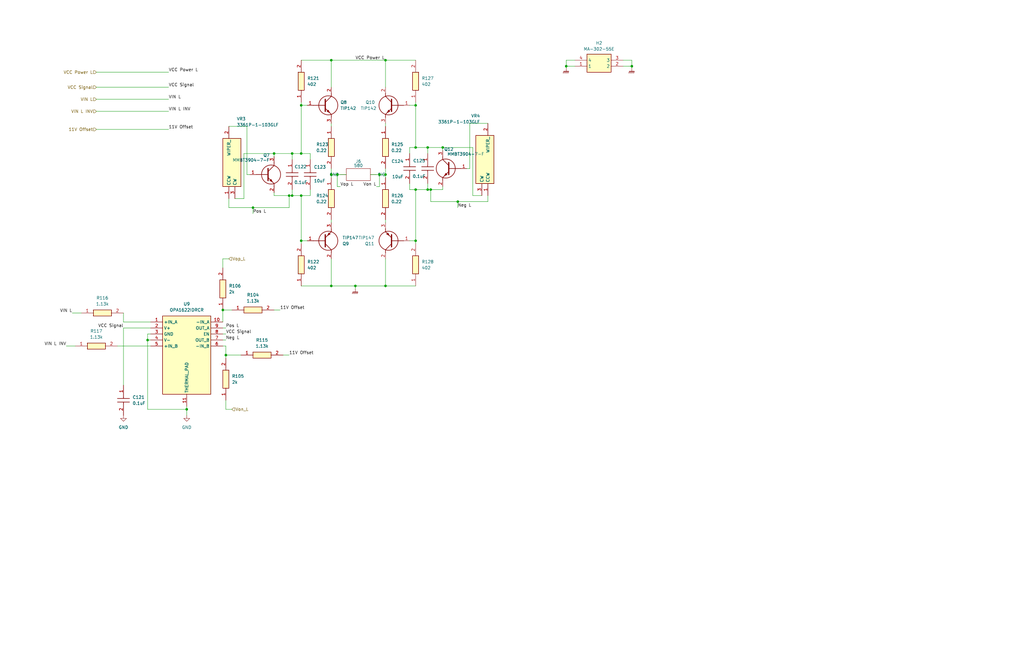
<source format=kicad_sch>
(kicad_sch (version 20230121) (generator eeschema)
  (paper "B")
  (lib_symbols
    (symbol "Audio System:3361P-1-103GLF"
      (property "Reference" "VR" (at 26.67 7.62 0))
      (property "Value" "3361P-1-103GLF" (at 26.67 5.08 0))
      (symbol "3361P-1-103GLF_1_1"
        (rectangle (start 5.08 2.54) (end 25.4 -5.08) (stroke (width 0.254)) (fill (type background)))
        (pin passive line (at 0 0 0) (length 5.08) (name "CCW") (number "1"))
        (pin passive line (at 30.48 0 180) (length 5.08) (name "WIPER_") (number "2"))
        (pin passive line (at 0 -2.54 0) (length 5.08) (name "CW") (number "3"))
      )
    )
    (symbol "Audio System:580"
      (property "Reference" "J" (at 0 0 0))
      (symbol "580_0_1"
        (rectangle (start -5.08 -1.27) (end 5.08 -6.35))
      )
      (symbol "580_1_1"
        (pin input line (at -5.08 -3.81 180) (length 2.54) (name "GND") (number ""))
        (pin input line (at 5.08 -3.81 0) (length 2.54) (name "SIG") (number ""))
      )
    )
    (symbol "Audio System:CL21B104KACNNNC" (pin_names hide)
      (property "Reference" "C" (at 8.89 6.35 0))
      (property "Value" "CL21B104KACNNNC" (at 8.89 3.81 0))
      (symbol "CL21B104KACNNNC_1_1"
        (polyline (pts (xy 5.08 0) (xy 5.588 0)) (stroke (width 0.254)))
        (polyline (pts (xy 5.588 2.54) (xy 5.588 -2.54)) (stroke (width 0.254)))
        (polyline (pts (xy 7.112 0) (xy 7.62 0)) (stroke (width 0.254)))
        (polyline (pts (xy 7.112 2.54) (xy 7.112 -2.54)) (stroke (width 0.254)))
        (pin passive line (at 0 0 0) (length 5.08) (name "1") (number "1"))
        (pin passive line (at 12.7 0 180) (length 5.08) (name "2") (number "2"))
      )
    )
    (symbol "Audio System:CL31A106MBHNNNE" (pin_names hide)
      (property "Reference" "C" (at 8.89 6.35 0))
      (property "Value" "CL31A106MBHNNNE" (at 8.89 3.81 0))
      (symbol "CL31A106MBHNNNE_1_1"
        (polyline (pts (xy 5.08 0) (xy 5.588 0)) (stroke (width 0.254)))
        (polyline (pts (xy 5.588 2.54) (xy 5.588 -2.54)) (stroke (width 0.254)))
        (polyline (pts (xy 7.112 0) (xy 7.62 0)) (stroke (width 0.254)))
        (polyline (pts (xy 7.112 2.54) (xy 7.112 -2.54)) (stroke (width 0.254)))
        (pin passive line (at 0 0 0) (length 5.08) (name "1") (number "1"))
        (pin passive line (at 12.7 0 180) (length 5.08) (name "2") (number "2"))
      )
    )
    (symbol "Audio System:ERA-6AEB1131V" (pin_names hide)
      (property "Reference" "R" (at 13.97 6.35 0))
      (property "Value" "ERA-6AEB1131V" (at 13.97 3.81 0))
      (symbol "ERA-6AEB1131V_1_1"
        (rectangle (start 5.08 1.27) (end 12.7 -1.27) (stroke (width 0.254)) (fill (type background)))
        (pin passive line (at 0 0 0) (length 5.08) (name "1") (number "1"))
        (pin passive line (at 17.78 0 180) (length 5.08) (name "2") (number "2"))
      )
    )
    (symbol "Audio System:ERA-6AEB202V" (pin_names hide)
      (property "Reference" "R" (at 13.97 6.35 0))
      (property "Value" "ERA-6AEB202V" (at 13.97 3.81 0))
      (symbol "ERA-6AEB202V_1_1"
        (rectangle (start 5.08 1.27) (end 12.7 -1.27) (stroke (width 0.254)) (fill (type background)))
        (pin passive line (at 0 0 0) (length 5.08) (name "1") (number "1"))
        (pin passive line (at 17.78 0 180) (length 5.08) (name "2") (number "2"))
      )
    )
    (symbol "Audio System:ERA-6AEB4020V" (pin_names hide)
      (property "Reference" "R" (at 13.97 6.35 0))
      (property "Value" "ERA-6AEB4020V" (at 13.97 3.81 0))
      (symbol "ERA-6AEB4020V_1_1"
        (rectangle (start 5.08 1.27) (end 12.7 -1.27) (stroke (width 0.254)) (fill (type background)))
        (pin passive line (at 0 0 0) (length 5.08) (name "1") (number "1"))
        (pin passive line (at 17.78 0 180) (length 5.08) (name "2") (number "2"))
      )
    )
    (symbol "Audio System:MA-302-55E"
      (property "Reference" "H" (at 16.51 7.62 0))
      (property "Value" "MA-302-55E" (at 16.51 5.08 0))
      (symbol "MA-302-55E_1_1"
        (rectangle (start 5.08 2.54) (end 15.24 -5.08) (stroke (width 0.254)) (fill (type background)))
        (pin passive line (at 0 -2.54 0) (length 5.08) (name "1") (number "1"))
        (pin passive line (at 20.32 -2.54 180) (length 5.08) (name "2") (number "2"))
        (pin passive line (at 20.32 0 180) (length 5.08) (name "3") (number "3"))
        (pin passive line (at 0 0 0) (length 5.08) (name "4") (number "4"))
      )
    )
    (symbol "Audio System:MMBT3904-7-F" (pin_names hide)
      (property "Reference" "Q" (at 13.97 1.27 0))
      (property "Value" "MMBT3904-7-F" (at 13.97 -1.27 0))
      (symbol "MMBT3904-7-F_1_1"
        (polyline (pts (xy 2.54 0) (xy 7.62 0)) (stroke (width 0.254)))
        (polyline (pts (xy 7.62 -1.27) (xy 10.16 -3.81)) (stroke (width 0.254)))
        (polyline (pts (xy 7.62 1.27) (xy 10.16 3.81)) (stroke (width 0.254)))
        (polyline (pts (xy 7.62 2.54) (xy 7.62 -2.54)) (stroke (width 0.508)))
        (polyline (pts (xy 10.16 -3.81) (xy 10.16 -5.08)) (stroke (width 0.254)))
        (polyline (pts (xy 10.16 3.81) (xy 10.16 5.08)) (stroke (width 0.254)))
        (polyline (pts (xy 8.382 -2.54) (xy 8.89 -2.032) (xy 9.398 -3.048) (xy 8.382 -2.54)) (stroke (width 0.254)) (fill (type outline)))
        (circle (center 8.89 0) (radius 4.016) (stroke (width 0.254)))
        (pin passive line (at 0 0 0) (length 2.54) (name "B") (number "1"))
        (pin passive line (at 10.16 -7.62 90) (length 2.54) (name "E") (number "2"))
        (pin passive line (at 10.16 7.62 270) (length 2.54) (name "C") (number "3"))
      )
    )
    (symbol "Audio System:OPA1622IDRCR"
      (property "Reference" "U" (at 26.67 7.62 0))
      (property "Value" "OPA1622IDRCR" (at 26.67 5.08 0))
      (symbol "OPA1622IDRCR_1_1"
        (rectangle (start 5.08 2.54) (end 25.4 -30.48) (stroke (width 0.254)) (fill (type background)))
        (pin input line (at 0 0 0) (length 5.08) (name "+IN_A") (number "1"))
        (pin input line (at 30.48 0 180) (length 5.08) (name "-IN_A") (number "10"))
        (pin power_in line (at 15.24 -35.56 90) (length 5.08) (name "THERMAL_PAD") (number "11"))
        (pin power_in line (at 0 -2.54 0) (length 5.08) (name "V+") (number "2"))
        (pin power_in line (at 0 -5.08 0) (length 5.08) (name "GND") (number "3"))
        (pin power_in line (at 0 -7.62 0) (length 5.08) (name "V-") (number "4"))
        (pin input line (at 0 -10.16 0) (length 5.08) (name "+IN_B") (number "5"))
        (pin input line (at 30.48 -10.16 180) (length 5.08) (name "-IN_B") (number "6"))
        (pin output line (at 30.48 -7.62 180) (length 5.08) (name "OUT_B") (number "7"))
        (pin bidirectional line (at 30.48 -5.08 180) (length 5.08) (name "EN") (number "8"))
        (pin output line (at 30.48 -2.54 180) (length 5.08) (name "OUT_A") (number "9"))
      )
    )
    (symbol "Audio System:RLP73K3AR22JTE" (pin_names hide)
      (property "Reference" "R" (at 13.97 6.35 0))
      (property "Value" "RLP73K3AR22JTE" (at 13.97 3.81 0))
      (symbol "RLP73K3AR22JTE_1_1"
        (rectangle (start 5.08 1.27) (end 12.7 -1.27) (stroke (width 0.254)) (fill (type background)))
        (pin passive line (at 0 0 0) (length 5.08) (name "1") (number "1"))
        (pin passive line (at 17.78 0 180) (length 5.08) (name "2") (number "2"))
      )
    )
    (symbol "Audio System:TIP142" (pin_names hide)
      (property "Reference" "Q" (at 13.97 1.27 0))
      (property "Value" "TIP142" (at 13.97 -1.27 0))
      (symbol "TIP142_1_1"
        (polyline (pts (xy 2.54 0) (xy 7.62 0)) (stroke (width 0.254)))
        (polyline (pts (xy 7.62 -1.27) (xy 10.16 -3.81)) (stroke (width 0.254)))
        (polyline (pts (xy 7.62 1.27) (xy 10.16 3.81)) (stroke (width 0.254)))
        (polyline (pts (xy 7.62 2.54) (xy 7.62 -2.54)) (stroke (width 0.508)))
        (polyline (pts (xy 10.16 -3.81) (xy 10.16 -5.08)) (stroke (width 0.254)))
        (polyline (pts (xy 10.16 3.81) (xy 10.16 5.08)) (stroke (width 0.254)))
        (polyline (pts (xy 8.382 -2.54) (xy 8.89 -2.032) (xy 9.398 -3.048) (xy 8.382 -2.54)) (stroke (width 0.254)) (fill (type outline)))
        (circle (center 8.89 0) (radius 4.016) (stroke (width 0.254)))
        (pin passive line (at 0 0 0) (length 2.54) (name "B") (number "1"))
        (pin passive line (at 10.16 7.62 270) (length 2.54) (name "C") (number "2"))
        (pin passive line (at 10.16 -7.62 90) (length 2.54) (name "E") (number "3"))
      )
    )
    (symbol "Audio System:TIP147" (pin_names hide)
      (property "Reference" "Q" (at 13.97 1.27 0))
      (property "Value" "TIP147" (at 13.97 -1.27 0))
      (symbol "TIP147_1_1"
        (polyline (pts (xy 2.54 0) (xy 7.62 0)) (stroke (width 0.254)))
        (polyline (pts (xy 7.62 -1.27) (xy 10.16 -3.81)) (stroke (width 0.254)))
        (polyline (pts (xy 7.62 1.27) (xy 10.16 3.81)) (stroke (width 0.254)))
        (polyline (pts (xy 7.62 2.54) (xy 7.62 -2.54)) (stroke (width 0.508)))
        (polyline (pts (xy 10.16 -3.81) (xy 10.16 -5.08)) (stroke (width 0.254)))
        (polyline (pts (xy 10.16 3.81) (xy 10.16 5.08)) (stroke (width 0.254)))
        (polyline (pts (xy 9.652 -2.794) (xy 9.144 -3.302) (xy 8.636 -2.286) (xy 9.652 -2.794)) (stroke (width 0.254)) (fill (type outline)))
        (circle (center 8.89 0) (radius 4.016) (stroke (width 0.254)))
        (pin passive line (at 0 0 0) (length 2.54) (name "B") (number "1"))
        (pin passive line (at 10.16 7.62 270) (length 2.54) (name "C") (number "2"))
        (pin passive line (at 10.16 -7.62 90) (length 2.54) (name "E") (number "3"))
      )
    )
    (symbol "power:GND" (power) (pin_names (offset 0))
      (property "Value" "GND" (at 0 -3.81 0))
      (symbol "GND_0_1"
        (polyline (pts (xy 0 0) (xy 0 -1.27) (xy 1.27 -1.27) (xy 0 -2.54) (xy -1.27 -1.27) (xy 0 -1.27)))
      )
      (symbol "GND_1_1"
        (pin power_in line (at 0 0 270) (length 0) hide (name "GND") (number "1"))
      )
    )
    (symbol "power:GNDPWR" (power) (pin_names (offset 0))
      (property "Value" "GNDPWR" (at 0 -3.302 0))
      (symbol "GNDPWR_0_1"
        (polyline (pts (xy 0 -1.27) (xy 0 0)))
        (polyline (pts (xy -1.016 -1.27) (xy -1.27 -2.032) (xy -1.27 -2.032)) (stroke (width 0.2032)))
        (polyline (pts (xy -0.508 -1.27) (xy -0.762 -2.032) (xy -0.762 -2.032)) (stroke (width 0.2032)))
        (polyline (pts (xy 0 -1.27) (xy -0.254 -2.032) (xy -0.254 -2.032)) (stroke (width 0.2032)))
        (polyline (pts (xy 0.508 -1.27) (xy 0.254 -2.032) (xy 0.254 -2.032)) (stroke (width 0.2032)))
        (polyline (pts (xy 1.016 -1.27) (xy -1.016 -1.27) (xy -1.016 -1.27)) (stroke (width 0.2032)))
        (polyline (pts (xy 1.016 -1.27) (xy 0.762 -2.032) (xy 0.762 -2.032) (xy 0.762 -2.032)) (stroke (width 0.2032)))
      )
      (symbol "GNDPWR_1_1"
        (pin power_in line (at 0 0 270) (length 0) hide (name "GNDPWR") (number "1"))
      )
    )
  )
  (junction (at 149.86 120.65))
  (junction (at 180.34 62.23))
  (junction (at 175.26 101.6))
  (junction (at 127 44.45))
  (junction (at 106.68 87.63))
  (junction (at 121.92 82.55))
  (junction (at 78.74 172.72))
  (junction (at 160.02 73.66))
  (junction (at 162.56 25.4))
  (junction (at 193.04 85.09))
  (junction (at 115.57 64.77))
  (junction (at 127 101.6))
  (junction (at 139.7 25.4))
  (junction (at 175.26 62.23))
  (junction (at 62.23 143.51))
  (junction (at 93.98 130.81))
  (junction (at 175.26 80.01))
  (junction (at 123.19 82.55))
  (junction (at 142.24 73.66))
  (junction (at 180.34 80.01))
  (junction (at 162.56 73.66))
  (junction (at 139.7 120.65))
  (junction (at 186.69 62.23))
  (junction (at 181.61 80.01))
  (junction (at 266.446 27.94))
  (junction (at 127 82.55))
  (junction (at 123.19 64.77))
  (junction (at 162.56 120.65))
  (junction (at 238.76 27.94))
  (junction (at 127 64.77))
  (junction (at 95.25 149.86))
  (junction (at 139.7 73.66))
  (junction (at 175.26 44.45))
  (wire (pts (xy 93.98 143.51) (xy 95.25 143.51)))
  (wire (pts (xy 262.763 27.94) (xy 266.446 27.94)))
  (wire (pts (xy 238.76 25.4) (xy 238.76 27.94)))
  (wire (pts (xy 115.57 64.77) (xy 123.19 64.77)))
  (wire (pts (xy 40.64 36.83) (xy 71.12 36.83)))
  (wire (pts (xy 104.14 73.66) (xy 105.41 73.66)))
  (wire (pts (xy 115.57 130.81) (xy 118.11 130.81)))
  (wire (pts (xy 158.75 78.74) (xy 160.02 78.74)))
  (wire (pts (xy 186.69 62.23) (xy 199.39 62.23)))
  (wire (pts (xy 27.94 146.05) (xy 31.75 146.05)))
  (wire (pts (xy 127 44.45) (xy 127 64.77)))
  (wire (pts (xy 180.34 62.23) (xy 180.34 64.77)))
  (wire (pts (xy 62.23 140.97) (xy 62.23 143.51)))
  (wire (pts (xy 139.7 120.65) (xy 127 120.65)))
  (wire (pts (xy 93.98 146.05) (xy 95.25 146.05)))
  (wire (pts (xy 266.446 25.4) (xy 266.446 27.94)))
  (wire (pts (xy 142.24 73.66) (xy 146.05 73.66)))
  (wire (pts (xy 40.64 46.99) (xy 71.12 46.99)))
  (wire (pts (xy 162.56 120.65) (xy 162.56 109.22)))
  (wire (pts (xy 162.56 52.07) (xy 162.56 53.34)))
  (wire (pts (xy 175.26 80.01) (xy 175.26 101.6)))
  (wire (pts (xy 162.56 71.12) (xy 162.56 73.66)))
  (wire (pts (xy 172.72 62.23) (xy 172.72 64.77)))
  (wire (pts (xy 139.7 73.66) (xy 142.24 73.66)))
  (wire (pts (xy 172.72 62.23) (xy 175.26 62.23)))
  (wire (pts (xy 127 82.55) (xy 127 101.6)))
  (wire (pts (xy 127 43.18) (xy 127 44.45)))
  (wire (pts (xy 115.57 82.55) (xy 121.92 82.55)))
  (wire (pts (xy 175.26 43.18) (xy 175.26 44.45)))
  (wire (pts (xy 40.64 54.61) (xy 71.12 54.61)))
  (wire (pts (xy 63.5 135.89) (xy 52.07 135.89)))
  (wire (pts (xy 123.19 82.55) (xy 127 82.55)))
  (wire (pts (xy 193.04 85.09) (xy 193.04 87.63)))
  (wire (pts (xy 102.87 64.77) (xy 115.57 64.77)))
  (wire (pts (xy 181.61 80.01) (xy 181.61 85.09)))
  (wire (pts (xy 156.21 73.66) (xy 160.02 73.66)))
  (wire (pts (xy 93.98 140.97) (xy 95.25 140.97)))
  (wire (pts (xy 142.24 78.74) (xy 143.51 78.74)))
  (wire (pts (xy 95.25 168.91) (xy 95.25 172.72)))
  (wire (pts (xy 127 44.45) (xy 129.54 44.45)))
  (wire (pts (xy 175.26 62.23) (xy 180.34 62.23)))
  (wire (pts (xy 181.61 85.09) (xy 193.04 85.09)))
  (wire (pts (xy 175.26 80.01) (xy 180.34 80.01)))
  (wire (pts (xy 63.5 138.43) (xy 52.07 138.43)))
  (wire (pts (xy 95.25 149.86) (xy 95.25 151.13)))
  (wire (pts (xy 115.57 81.28) (xy 115.57 82.55)))
  (wire (pts (xy 139.7 52.07) (xy 139.7 53.34)))
  (wire (pts (xy 130.81 82.55) (xy 130.81 80.01)))
  (wire (pts (xy 175.26 120.65) (xy 162.56 120.65)))
  (wire (pts (xy 93.98 109.22) (xy 93.98 113.03)))
  (wire (pts (xy 242.443 27.94) (xy 238.76 27.94)))
  (wire (pts (xy 30.48 132.08) (xy 34.29 132.08)))
  (wire (pts (xy 123.19 64.77) (xy 127 64.77)))
  (wire (pts (xy 93.98 130.81) (xy 97.79 130.81)))
  (wire (pts (xy 127 82.55) (xy 130.81 82.55)))
  (wire (pts (xy 40.64 41.91) (xy 71.12 41.91)))
  (wire (pts (xy 149.86 120.65) (xy 149.86 121.92)))
  (wire (pts (xy 96.52 83.82) (xy 96.52 87.63)))
  (wire (pts (xy 139.7 120.65) (xy 149.86 120.65)))
  (wire (pts (xy 121.92 87.63) (xy 121.92 82.55)))
  (wire (pts (xy 96.52 53.34) (xy 104.14 53.34)))
  (wire (pts (xy 99.06 83.82) (xy 102.87 83.82)))
  (wire (pts (xy 93.98 138.43) (xy 95.25 138.43)))
  (wire (pts (xy 102.87 83.82) (xy 102.87 64.77)))
  (wire (pts (xy 142.24 73.66) (xy 142.24 78.74)))
  (wire (pts (xy 172.72 80.01) (xy 172.72 77.47)))
  (wire (pts (xy 129.54 101.6) (xy 127 101.6)))
  (wire (pts (xy 106.68 87.63) (xy 106.68 90.17)))
  (wire (pts (xy 52.07 138.43) (xy 52.07 162.56)))
  (wire (pts (xy 63.5 140.97) (xy 62.23 140.97)))
  (wire (pts (xy 139.7 25.4) (xy 162.56 25.4)))
  (wire (pts (xy 242.443 25.4) (xy 238.76 25.4)))
  (wire (pts (xy 95.25 172.72) (xy 97.79 172.72)))
  (wire (pts (xy 78.74 172.72) (xy 78.74 175.26)))
  (wire (pts (xy 199.39 82.55) (xy 199.39 62.23)))
  (wire (pts (xy 123.19 80.01) (xy 123.19 82.55)))
  (wire (pts (xy 196.85 71.12) (xy 198.12 71.12)))
  (wire (pts (xy 96.52 87.63) (xy 106.68 87.63)))
  (wire (pts (xy 180.34 62.23) (xy 186.69 62.23)))
  (wire (pts (xy 139.7 73.66) (xy 139.7 74.93)))
  (wire (pts (xy 186.69 78.74) (xy 186.69 80.01)))
  (wire (pts (xy 123.19 64.77) (xy 123.19 67.31)))
  (wire (pts (xy 162.56 36.83) (xy 162.56 25.4)))
  (wire (pts (xy 127 101.6) (xy 127 102.87)))
  (wire (pts (xy 266.446 27.94) (xy 266.446 28.829)))
  (wire (pts (xy 198.12 52.07) (xy 198.12 71.12)))
  (wire (pts (xy 95.25 146.05) (xy 95.25 149.86)))
  (wire (pts (xy 175.26 44.45) (xy 172.72 44.45)))
  (wire (pts (xy 160.02 73.66) (xy 162.56 73.66)))
  (wire (pts (xy 115.57 66.04) (xy 115.57 64.77)))
  (wire (pts (xy 238.76 27.94) (xy 238.76 28.829)))
  (wire (pts (xy 139.7 109.22) (xy 139.7 120.65)))
  (wire (pts (xy 95.25 149.86) (xy 101.6 149.86)))
  (wire (pts (xy 93.98 109.22) (xy 96.52 109.22)))
  (wire (pts (xy 149.86 120.65) (xy 162.56 120.65)))
  (wire (pts (xy 121.92 82.55) (xy 123.19 82.55)))
  (wire (pts (xy 162.56 25.4) (xy 175.26 25.4)))
  (wire (pts (xy 119.38 149.86) (xy 121.92 149.86)))
  (wire (pts (xy 172.72 101.6) (xy 175.26 101.6)))
  (wire (pts (xy 93.98 130.81) (xy 93.98 135.89)))
  (wire (pts (xy 139.7 36.83) (xy 139.7 25.4)))
  (wire (pts (xy 175.26 101.6) (xy 175.26 102.87)))
  (wire (pts (xy 130.81 64.77) (xy 130.81 67.31)))
  (wire (pts (xy 104.14 53.34) (xy 104.14 73.66)))
  (wire (pts (xy 180.34 77.47) (xy 180.34 80.01)))
  (wire (pts (xy 139.7 25.4) (xy 127 25.4)))
  (wire (pts (xy 106.68 87.63) (xy 121.92 87.63)))
  (wire (pts (xy 203.2 82.55) (xy 199.39 82.55)))
  (wire (pts (xy 40.64 30.48) (xy 71.12 30.48)))
  (wire (pts (xy 198.12 52.07) (xy 205.74 52.07)))
  (wire (pts (xy 62.23 172.72) (xy 78.74 172.72)))
  (wire (pts (xy 62.23 143.51) (xy 63.5 143.51)))
  (wire (pts (xy 52.07 135.89) (xy 52.07 132.08)))
  (wire (pts (xy 262.763 25.4) (xy 266.446 25.4)))
  (wire (pts (xy 186.69 62.23) (xy 186.69 63.5)))
  (wire (pts (xy 175.26 44.45) (xy 175.26 62.23)))
  (wire (pts (xy 127 64.77) (xy 130.81 64.77)))
  (wire (pts (xy 162.56 92.71) (xy 162.56 93.98)))
  (wire (pts (xy 193.04 85.09) (xy 205.74 85.09)))
  (wire (pts (xy 49.53 146.05) (xy 63.5 146.05)))
  (wire (pts (xy 205.74 82.55) (xy 205.74 85.09)))
  (wire (pts (xy 78.74 172.72) (xy 78.74 171.45)))
  (wire (pts (xy 186.69 80.01) (xy 181.61 80.01)))
  (wire (pts (xy 160.02 73.66) (xy 160.02 78.74)))
  (wire (pts (xy 172.72 80.01) (xy 175.26 80.01)))
  (wire (pts (xy 162.56 73.66) (xy 162.56 74.93)))
  (wire (pts (xy 180.34 80.01) (xy 181.61 80.01)))
  (wire (pts (xy 139.7 71.12) (xy 139.7 73.66)))
  (wire (pts (xy 62.23 143.51) (xy 62.23 172.72)))
  (wire (pts (xy 139.7 92.71) (xy 139.7 93.98)))
  (label "Von L" (at 158.75 78.74 180))
  (label "VIN L INV" (at 71.12 46.99 0))
  (label "VIN L" (at 30.48 132.08 180))
  (label "VIN L" (at 71.12 41.91 0))
  (label "VIN L INV" (at 27.94 146.05 180))
  (label "VCC Power L" (at 71.12 30.48 0))
  (label "VCC Signal" (at 52.07 138.43 180))
  (label "Neg L" (at 193.04 87.63 0))
  (label "Pos L" (at 106.68 90.17 0))
  (label "Pos L" (at 95.25 138.43 0))
  (label "VCC Power L" (at 149.86 25.4 0))
  (label "11V Offset" (at 71.12 54.61 0))
  (label "VCC Signal" (at 95.25 140.97 0))
  (label "Neg L" (at 95.25 143.51 0))
  (label "Vop L" (at 143.51 78.74 0))
  (label "VCC Signal" (at 71.12 36.83 0))
  (label "11V Offset" (at 118.11 130.81 0))
  (label "11V Offset" (at 121.92 149.86 0))
  (hierarchical_label "VIN L" (shape input) (at 40.64 41.91 180))
  (hierarchical_label "VCC Signal" (shape input) (at 40.64 36.83 180))
  (hierarchical_label "Von_L" (shape input) (at 97.79 172.72 0))
  (hierarchical_label "Vop_L" (shape input) (at 96.52 109.22 0))
  (hierarchical_label "11V Offset" (shape input) (at 40.64 54.61 180))
  (hierarchical_label "VCC Power L" (shape input) (at 40.64 30.48 180))
  (hierarchical_label "VIN L INV" (shape input) (at 40.64 46.99 180))
  (symbol (lib_id "Audio System:CL21B104KACNNNC") (at 123.19 67.31 270) (unit 1)
    (property "Reference" "C122" (at 124.206 70.358 90) (effects (justify left)))
    (property "Value" "0.1uF" (at 124.079 76.962 90) (effects (justify left)))
    (property "Footprint" "CAPC2012X95N" (effects hide))
    (property "Datasheet" "https://datasheet.datasheetarchive.com/originals/distributors/Datasheets_SAMA/d386d22b0a987b72828538897455b4c4.pdf" (effects hide))
    (property "Height" "0.95" (effects hide))
    (property "Manufacturer_Name" "SAMSUNG" (effects hide))
    (property "Manufacturer_Part_Number" "CL21B104KACNNNC" (effects hide))
    (property "Mouser Part Number" "187-CL21B104KACNNNC" (effects hide))
    (property "Mouser Price/Stock" "https://www.mouser.co.uk/ProductDetail/Samsung-Electro-Mechanics/CL21B104KACNNNC?qs=yOVawPpwOwnhB47kNbieFw%3D%3D" (effects hide))
    (property "Arrow Part Number" "CL21B104KACNNNC" (effects hide))
    (property "Arrow Price/Stock" "https://www.arrow.com/en/products/cl21b104kacnnnc/samsung-electro-mechanics?region=nac" (effects hide))
  )
  (symbol (lib_id "Audio System:OPA1622IDRCR") (at 63.5 135.89 0) (unit 1)
    (property "Reference" "U9" (at 78.74 128.27 0))
    (property "Value" "OPA1622IDRCR" (at 78.74 130.81 0))
    (property "Footprint" "SON50P300X300X100-11N" (effects hide))
    (property "Datasheet" "http://www.ti.com/lit/gpn/opa1622" (effects hide))
    (property "Height" "1" (effects hide))
    (property "Manufacturer_Name" "Texas Instruments" (effects hide))
    (property "Manufacturer_Part_Number" "OPA1622IDRCR" (effects hide))
    (property "Mouser Part Number" "595-OPA1622IDRCR" (effects hide))
    (property "Mouser Price/Stock" "https://www.mouser.co.uk/ProductDetail/Texas-Instruments/OPA1622IDRCR?qs=8%2FmU9qzJpL8wd%252BNGqblyNw%3D%3D" (effects hide))
    (property "Arrow Part Number" "OPA1622IDRCR" (effects hide))
    (property "Arrow Price/Stock" "null?region=nac" (effects hide))
  )
  (symbol (lib_id "Audio System:RLP73K3AR22JTE") (at 162.56 74.93 270) (unit 1)
    (property "Reference" "R126" (at 164.973 82.55 90) (effects (justify left)))
    (property "Value" "0.22" (at 164.973 85.09 90) (effects (justify left)))
    (property "Footprint" "RESC6432X84N" (effects hide))
    (property "Datasheet" "https://www.te.com/commerce/DocumentDelivery/DDEController?Action=showdoc&DocId=Customer+Drawing%7F2176058%7FBA%7Fpdf%7FEnglish%7FENG_CD_2176058_BA.pdf%7F3-2176058-3" (effects hide))
    (property "Height" "0.84" (effects hide))
    (property "Manufacturer_Name" "TE Connectivity" (effects hide))
    (property "Manufacturer_Part_Number" "RLP73K3AR22JTE" (effects hide))
    (property "Arrow Part Number" "RLP73K3AR22JTE" (effects hide))
    (property "Arrow Price/Stock" "https://www.arrow.com/en/products/rlp73k3ar22jte/te-connectivity" (effects hide))
  )
  (symbol (lib_id "Audio System:CL21B104KACNNNC") (at 180.34 64.77 90) (mirror x) (unit 1)
    (property "Reference" "C125" (at 179.324 67.818 90) (effects (justify left)))
    (property "Value" "0.1uF" (at 179.451 74.422 90) (effects (justify left)))
    (property "Footprint" "CAPC2012X95N" (effects hide))
    (property "Datasheet" "https://datasheet.datasheetarchive.com/originals/distributors/Datasheets_SAMA/d386d22b0a987b72828538897455b4c4.pdf" (effects hide))
    (property "Height" "0.95" (effects hide))
    (property "Manufacturer_Name" "SAMSUNG" (effects hide))
    (property "Manufacturer_Part_Number" "CL21B104KACNNNC" (effects hide))
    (property "Mouser Part Number" "187-CL21B104KACNNNC" (effects hide))
    (property "Mouser Price/Stock" "https://www.mouser.co.uk/ProductDetail/Samsung-Electro-Mechanics/CL21B104KACNNNC?qs=yOVawPpwOwnhB47kNbieFw%3D%3D" (effects hide))
    (property "Arrow Part Number" "CL21B104KACNNNC" (effects hide))
    (property "Arrow Price/Stock" "https://www.arrow.com/en/products/cl21b104kacnnnc/samsung-electro-mechanics?region=nac" (effects hide))
  )
  (symbol (lib_id "Audio System:ERA-6AEB1131V") (at 34.29 132.08 0) (unit 1)
    (property "Reference" "R116" (at 43.18 125.73 0))
    (property "Value" "1.13k" (at 43.18 128.27 0))
    (property "Footprint" "ERA6AEB1020V" (effects hide))
    (property "Datasheet" "https://industrial.panasonic.com/cdbs/www-data/pdf/RDM0000/AOA0000C307.pdf" (effects hide))
    (property "Height" "0.6" (effects hide))
    (property "Manufacturer_Name" "Panasonic" (effects hide))
    (property "Manufacturer_Part_Number" "ERA-6AEB1131V" (effects hide))
    (property "Mouser Part Number" "667-ERA-6AEB1131V" (effects hide))
    (property "Mouser Price/Stock" "https://www.mouser.co.uk/ProductDetail/Panasonic/ERA-6AEB1131V?qs=nuXzIS8loXGpYEqmAoHcyA%3D%3D" (effects hide))
  )
  (symbol (lib_id "power:GNDPWR") (at 266.446 28.829 0) (unit 1)
    (property "Reference" "#PWR0141" (effects hide))
    (property "Value" "GNDPWR" (effects hide))
  )
  (symbol (lib_id "Audio System:TIP142") (at 129.54 44.45 0) (unit 1)
    (property "Reference" "Q8" (at 143.51 43.18 0) (effects (justify left)))
    (property "Value" "TIP142" (at 143.51 45.72 0) (effects (justify left)))
    (property "Footprint" "TO545P500X1560X2420-3P" (effects hide))
    (property "Datasheet" "https://pdf1.alldatasheet.com/datasheet-pdf/view/476556/COMSET/TIP142.html" (effects hide))
    (property "Height" "5" (effects hide))
    (property "Manufacturer_Name" "Comset" (effects hide))
    (property "Manufacturer_Part_Number" "TIP142" (effects hide))
  )
  (symbol (lib_id "Audio System:MA-302-55E") (at 242.443 25.4 0) (unit 1)
    (property "Reference" "H2" (at 252.603 18.161 0))
    (property "Value" "MA-302-55E" (at 252.603 20.701 0))
    (property "Footprint" "MA30255E" (effects hide))
    (property "Datasheet" "https://datasheet.datasheetarchive.com/originals/distributors/Datasheets-DGA11/2294770.pdf" (effects hide))
    (property "Height" "39.3" (effects hide))
    (property "Manufacturer_Name" "Ohmite" (effects hide))
    (property "Manufacturer_Part_Number" "MA-302-55E" (effects hide))
    (property "Mouser Part Number" "588-MA-302-55E" (effects hide))
    (property "Mouser Price/Stock" "https://www.mouser.co.uk/ProductDetail/Ohmite/MA-302-55E?qs=tYmwsUu3c1E9CA0MfHqiiA%3D%3D" (effects hide))
  )
  (symbol (lib_id "Audio System:580") (at 151.13 69.85 0) (unit 1)
    (property "Reference" "J6" (at 151.13 68.072 0))
    (property "Value" "580" (at 151.13 69.85 0))
    (property "Datasheet" "https://www.keyelco.com/userAssets/file/M65p106.pdf" (effects hide))
  )
  (symbol (lib_id "Audio System:3361P-1-103GLF") (at 205.74 82.55 270) (mirror x) (unit 1)
    (property "Reference" "VR4" (at 202.438 48.895 90) (effects (justify right)))
    (property "Value" "3361P-1-103GLF" (at 202.438 51.435 90) (effects (justify right)))
    (property "Footprint" "3361P1103GLF" (effects hide))
    (property "Datasheet" "https://www.bourns.com/docs/Product-Datasheets/3361.pdf" (effects hide))
    (property "Height" "5.84" (effects hide))
    (property "Manufacturer_Name" "Bourns" (effects hide))
    (property "Manufacturer_Part_Number" "3361P-1-103GLF" (effects hide))
    (property "Mouser Part Number" "652-3361P-1-103GLF" (effects hide))
    (property "Mouser Price/Stock" "https://www.mouser.co.uk/ProductDetail/Bourns/3361P-1-103GLF?qs=fqIB%2FsSTfTYiaQC8SLZfNQ%3D%3D" (effects hide))
    (property "Arrow Part Number" "3361P-1-103GLF" (effects hide))
    (property "Arrow Price/Stock" "https://www.arrow.com/en/products/3361p-1-103glf/bourns?region=nac" (effects hide))
  )
  (symbol (lib_id "Audio System:MMBT3904-7-F") (at 105.41 73.66 0) (unit 1)
    (property "Reference" "Q7" (at 110.998 65.532 0) (effects (justify left)))
    (property "Value" "MMBT3904-7-F" (at 98.044 67.564 0) (effects (justify left)))
    (property "Footprint" "SOT96P240X110-3N" (effects hide))
    (property "Datasheet" "https://www.diodes.com//assets/Datasheets/MMBT3904.pdf" (effects hide))
    (property "Height" "1.1" (effects hide))
    (property "Manufacturer_Name" "Diodes Incorporated" (effects hide))
    (property "Manufacturer_Part_Number" "MMBT3904-7-F" (effects hide))
    (property "Mouser Part Number" "621-MMBT3904-F" (effects hide))
    (property "Mouser Price/Stock" "https://www.mouser.co.uk/ProductDetail/Diodes-Incorporated/MMBT3904-7-F?qs=7F%2FY8wl6X3H3eL7tHVWSBQ%3D%3D" (effects hide))
    (property "Arrow Part Number" "MMBT3904-7-F" (effects hide))
    (property "Arrow Price/Stock" "https://www.arrow.com/en/products/mmbt3904-7-f/diodes-incorporated?region=europe" (effects hide))
  )
  (symbol (lib_id "Audio System:CL21B104KACNNNC") (at 52.07 162.56 270) (unit 1)
    (property "Reference" "C121" (at 55.88 167.64 90) (effects (justify left)))
    (property "Value" "0.1uF" (at 55.88 170.18 90) (effects (justify left)))
    (property "Footprint" "CAPC2012X95N" (effects hide))
    (property "Datasheet" "https://datasheet.datasheetarchive.com/originals/distributors/Datasheets_SAMA/d386d22b0a987b72828538897455b4c4.pdf" (effects hide))
    (property "Height" "0.95" (effects hide))
    (property "Manufacturer_Name" "SAMSUNG" (effects hide))
    (property "Manufacturer_Part_Number" "CL21B104KACNNNC" (effects hide))
    (property "Mouser Part Number" "187-CL21B104KACNNNC" (effects hide))
    (property "Mouser Price/Stock" "https://www.mouser.co.uk/ProductDetail/Samsung-Electro-Mechanics/CL21B104KACNNNC?qs=yOVawPpwOwnhB47kNbieFw%3D%3D" (effects hide))
    (property "Arrow Part Number" "CL21B104KACNNNC" (effects hide))
    (property "Arrow Price/Stock" "https://www.arrow.com/en/products/cl21b104kacnnnc/samsung-electro-mechanics?region=nac" (effects hide))
  )
  (symbol (lib_id "Audio System:ERA-6AEB4020V") (at 175.26 120.65 90) (unit 1)
    (property "Reference" "R128" (at 177.8 110.49 90) (effects (justify right)))
    (property "Value" "402" (at 177.8 113.03 90) (effects (justify right)))
    (property "Footprint" "ERA6AEB1020V" (effects hide))
    (property "Datasheet" "https://industrial.panasonic.com/cdbs/www-data/pdf/RDM0000/AOA0000C307.pdf" (effects hide))
    (property "Height" "0.6" (effects hide))
    (property "Manufacturer_Name" "Panasonic" (effects hide))
    (property "Manufacturer_Part_Number" "ERA-6AEB4020V" (effects hide))
  )
  (symbol (lib_id "Audio System:ERA-6AEB1131V") (at 97.79 130.81 0) (unit 1)
    (property "Reference" "R104" (at 106.68 124.46 0))
    (property "Value" "1.13k" (at 106.68 127 0))
    (property "Footprint" "ERA6AEB1020V" (effects hide))
    (property "Datasheet" "https://industrial.panasonic.com/cdbs/www-data/pdf/RDM0000/AOA0000C307.pdf" (effects hide))
    (property "Height" "0.6" (effects hide))
    (property "Manufacturer_Name" "Panasonic" (effects hide))
    (property "Manufacturer_Part_Number" "ERA-6AEB1131V" (effects hide))
    (property "Mouser Part Number" "667-ERA-6AEB1131V" (effects hide))
    (property "Mouser Price/Stock" "https://www.mouser.co.uk/ProductDetail/Panasonic/ERA-6AEB1131V?qs=nuXzIS8loXGpYEqmAoHcyA%3D%3D" (effects hide))
  )
  (symbol (lib_id "power:GNDPWR") (at 238.76 28.829 0) (unit 1)
    (property "Reference" "#PWR0140" (effects hide))
    (property "Value" "GNDPWR" (effects hide))
  )
  (symbol (lib_id "Audio System:CL31A106MBHNNNE") (at 172.72 64.77 90) (mirror x) (unit 1)
    (property "Reference" "C124" (at 170.18 68.072 90) (effects (justify left)))
    (property "Value" "10uF" (at 170.18 74.549 90) (effects (justify left)))
    (property "Footprint" "CAPC3216X180N" (effects hide))
    (property "Datasheet" "https://media.digikey.com/pdf/Data%20Sheets/Samsung%20PDFs/CL_Series_MLCC_ds.pdf" (effects hide))
    (property "Height" "1.8" (effects hide))
    (property "Manufacturer_Name" "SAMSUNG" (effects hide))
    (property "Manufacturer_Part_Number" "CL31A106MBHNNNE" (effects hide))
    (property "Mouser Part Number" "187-CL31A106MBHNNNE" (effects hide))
    (property "Mouser Price/Stock" "https://www.mouser.co.uk/ProductDetail/Samsung-Electro-Mechanics/CL31A106MBHNNNE?qs=vLWxofP3U2ynwxdpGjlUyw%3D%3D" (effects hide))
    (property "Arrow Part Number" "CL31A106MBHNNNE" (effects hide))
    (property "Arrow Price/Stock" "https://www.arrow.com/en/products/cl31a106mbhnnne/samsung-electro-mechanics?region=nac" (effects hide))
  )
  (symbol (lib_id "Audio System:ERA-6AEB202V") (at 93.98 130.81 90) (unit 1)
    (property "Reference" "R106" (at 96.52 120.65 90) (effects (justify right)))
    (property "Value" "2k" (at 96.52 123.19 90) (effects (justify right)))
    (property "Footprint" "ERA6AEB1020V" (effects hide))
    (property "Datasheet" "https://industrial.panasonic.com/cdbs/www-data/pdf/RDM0000/AOA0000C307.pdf" (effects hide))
    (property "Height" "0.6" (effects hide))
    (property "Manufacturer_Name" "Panasonic" (effects hide))
    (property "Manufacturer_Part_Number" "ERA-6AEB202V" (effects hide))
    (property "Mouser Part Number" "667-ERA-6AEB202V" (effects hide))
    (property "Mouser Price/Stock" "https://www.mouser.co.uk/ProductDetail/Panasonic/ERA-6AEB202V?qs=m8myXnDJXpVcit5CYFpjlQ%3D%3D" (effects hide))
    (property "Arrow Part Number" "ERA-6AEB202V" (effects hide))
    (property "Arrow Price/Stock" "https://www.arrow.com/en/products/era6aeb202v/panasonic?region=nac" (effects hide))
  )
  (symbol (lib_id "power:GNDPWR") (at 149.86 121.92 0) (unit 1)
    (property "Reference" "#PWR0139" (effects hide))
    (property "Value" "GNDPWR" (effects hide))
  )
  (symbol (lib_id "Audio System:ERA-6AEB1131V") (at 101.6 149.86 0) (unit 1)
    (property "Reference" "R115" (at 110.49 143.51 0))
    (property "Value" "1.13k" (at 110.49 146.05 0))
    (property "Footprint" "ERA6AEB1020V" (effects hide))
    (property "Datasheet" "https://industrial.panasonic.com/cdbs/www-data/pdf/RDM0000/AOA0000C307.pdf" (effects hide))
    (property "Height" "0.6" (effects hide))
    (property "Manufacturer_Name" "Panasonic" (effects hide))
    (property "Manufacturer_Part_Number" "ERA-6AEB1131V" (effects hide))
    (property "Mouser Part Number" "667-ERA-6AEB1131V" (effects hide))
    (property "Mouser Price/Stock" "https://www.mouser.co.uk/ProductDetail/Panasonic/ERA-6AEB1131V?qs=nuXzIS8loXGpYEqmAoHcyA%3D%3D" (effects hide))
  )
  (symbol (lib_id "Audio System:RLP73K3AR22JTE") (at 139.7 74.93 270) (unit 1)
    (property "Reference" "R124" (at 133.35 82.55 90) (effects (justify left)))
    (property "Value" "0.22" (at 133.35 85.09 90) (effects (justify left)))
    (property "Footprint" "RESC6432X84N" (effects hide))
    (property "Datasheet" "https://www.te.com/commerce/DocumentDelivery/DDEController?Action=showdoc&DocId=Customer+Drawing%7F2176058%7FBA%7Fpdf%7FEnglish%7FENG_CD_2176058_BA.pdf%7F3-2176058-3" (effects hide))
    (property "Height" "0.84" (effects hide))
    (property "Manufacturer_Name" "TE Connectivity" (effects hide))
    (property "Manufacturer_Part_Number" "RLP73K3AR22JTE" (effects hide))
    (property "Arrow Part Number" "RLP73K3AR22JTE" (effects hide))
    (property "Arrow Price/Stock" "https://www.arrow.com/en/products/rlp73k3ar22jte/te-connectivity" (effects hide))
  )
  (symbol (lib_id "Audio System:RLP73K3AR22JTE") (at 139.7 53.34 270) (unit 1)
    (property "Reference" "R123" (at 133.35 60.96 90) (effects (justify left)))
    (property "Value" "0.22" (at 133.35 63.5 90) (effects (justify left)))
    (property "Footprint" "RESC6432X84N" (effects hide))
    (property "Datasheet" "https://www.te.com/commerce/DocumentDelivery/DDEController?Action=showdoc&DocId=Customer+Drawing%7F2176058%7FBA%7Fpdf%7FEnglish%7FENG_CD_2176058_BA.pdf%7F3-2176058-3" (effects hide))
    (property "Height" "0.84" (effects hide))
    (property "Manufacturer_Name" "TE Connectivity" (effects hide))
    (property "Manufacturer_Part_Number" "RLP73K3AR22JTE" (effects hide))
    (property "Arrow Part Number" "RLP73K3AR22JTE" (effects hide))
    (property "Arrow Price/Stock" "https://www.arrow.com/en/products/rlp73k3ar22jte/te-connectivity" (effects hide))
  )
  (symbol (lib_id "Audio System:TIP147") (at 172.72 101.6 180) (unit 1)
    (property "Reference" "Q11" (at 157.861 102.87 0) (effects (justify left)))
    (property "Value" "TIP147" (at 157.861 100.33 0) (effects (justify left)))
    (property "Footprint" "TO545P515X1560X2445-3P" (effects hide))
    (property "Datasheet" "http://www.st.com/web/en/resource/technical/document/datasheet/CD00000914.pdf" (effects hide))
    (property "Height" "5.15" (effects hide))
    (property "Manufacturer_Name" "STMicroelectronics" (effects hide))
    (property "Manufacturer_Part_Number" "TIP147" (effects hide))
    (property "Mouser Part Number" "511-TIP147" (effects hide))
    (property "Mouser Price/Stock" "https://www.mouser.co.uk/ProductDetail/STMicroelectronics/TIP147?qs=ljbEvF4DwONGY3byYNGzlA%3D%3D" (effects hide))
    (property "Arrow Part Number" "TIP147" (effects hide))
    (property "Arrow Price/Stock" "https://www.arrow.com/en/products/tip147/stmicroelectronics?region=europe" (effects hide))
  )
  (symbol (lib_id "Audio System:3361P-1-103GLF") (at 96.52 83.82 90) (unit 1)
    (property "Reference" "VR3" (at 99.822 50.165 90) (effects (justify right)))
    (property "Value" "3361P-1-103GLF" (at 99.822 52.705 90) (effects (justify right)))
    (property "Footprint" "3361P1103GLF" (effects hide))
    (property "Datasheet" "https://www.bourns.com/docs/Product-Datasheets/3361.pdf" (effects hide))
    (property "Height" "5.84" (effects hide))
    (property "Manufacturer_Name" "Bourns" (effects hide))
    (property "Manufacturer_Part_Number" "3361P-1-103GLF" (effects hide))
    (property "Mouser Part Number" "652-3361P-1-103GLF" (effects hide))
    (property "Mouser Price/Stock" "https://www.mouser.co.uk/ProductDetail/Bourns/3361P-1-103GLF?qs=fqIB%2FsSTfTYiaQC8SLZfNQ%3D%3D" (effects hide))
    (property "Arrow Part Number" "3361P-1-103GLF" (effects hide))
    (property "Arrow Price/Stock" "https://www.arrow.com/en/products/3361p-1-103glf/bourns?region=nac" (effects hide))
  )
  (symbol (lib_id "Audio System:ERA-6AEB202V") (at 95.25 168.91 90) (unit 1)
    (property "Reference" "R105" (at 97.79 158.75 90) (effects (justify right)))
    (property "Value" "2k" (at 97.79 161.29 90) (effects (justify right)))
    (property "Footprint" "ERA6AEB1020V" (effects hide))
    (property "Datasheet" "https://industrial.panasonic.com/cdbs/www-data/pdf/RDM0000/AOA0000C307.pdf" (effects hide))
    (property "Height" "0.6" (effects hide))
    (property "Manufacturer_Name" "Panasonic" (effects hide))
    (property "Manufacturer_Part_Number" "ERA-6AEB202V" (effects hide))
    (property "Mouser Part Number" "667-ERA-6AEB202V" (effects hide))
    (property "Mouser Price/Stock" "https://www.mouser.co.uk/ProductDetail/Panasonic/ERA-6AEB202V?qs=m8myXnDJXpVcit5CYFpjlQ%3D%3D" (effects hide))
    (property "Arrow Part Number" "ERA-6AEB202V" (effects hide))
    (property "Arrow Price/Stock" "https://www.arrow.com/en/products/era6aeb202v/panasonic?region=nac" (effects hide))
  )
  (symbol (lib_id "power:GND") (at 78.74 175.26 0) (unit 1)
    (property "Reference" "#PWR0138" (effects hide))
    (property "Value" "GND" (at 78.74 180.34 0))
  )
  (symbol (lib_id "Audio System:ERA-6AEB4020V") (at 127 43.18 90) (unit 1)
    (property "Reference" "R121" (at 129.54 33.02 90) (effects (justify right)))
    (property "Value" "402" (at 129.54 35.56 90) (effects (justify right)))
    (property "Footprint" "ERA6AEB1020V" (effects hide))
    (property "Datasheet" "https://industrial.panasonic.com/cdbs/www-data/pdf/RDM0000/AOA0000C307.pdf" (effects hide))
    (property "Height" "0.6" (effects hide))
    (property "Manufacturer_Name" "Panasonic" (effects hide))
    (property "Manufacturer_Part_Number" "ERA-6AEB4020V" (effects hide))
  )
  (symbol (lib_id "Audio System:ERA-6AEB4020V") (at 175.26 43.18 90) (unit 1)
    (property "Reference" "R127" (at 177.8 33.02 90) (effects (justify right)))
    (property "Value" "402" (at 177.8 35.56 90) (effects (justify right)))
    (property "Footprint" "ERA6AEB1020V" (effects hide))
    (property "Datasheet" "https://industrial.panasonic.com/cdbs/www-data/pdf/RDM0000/AOA0000C307.pdf" (effects hide))
    (property "Height" "0.6" (effects hide))
    (property "Manufacturer_Name" "Panasonic" (effects hide))
    (property "Manufacturer_Part_Number" "ERA-6AEB4020V" (effects hide))
  )
  (symbol (lib_id "Audio System:CL31A106MBHNNNE") (at 130.81 67.31 270) (unit 1)
    (property "Reference" "C123" (at 132.334 70.485 90) (effects (justify left)))
    (property "Value" "10uF" (at 132.334 76.327 90) (effects (justify left)))
    (property "Footprint" "CAPC3216X180N" (effects hide))
    (property "Datasheet" "https://media.digikey.com/pdf/Data%20Sheets/Samsung%20PDFs/CL_Series_MLCC_ds.pdf" (effects hide))
    (property "Height" "1.8" (effects hide))
    (property "Manufacturer_Name" "SAMSUNG" (effects hide))
    (property "Manufacturer_Part_Number" "CL31A106MBHNNNE" (effects hide))
    (property "Mouser Part Number" "187-CL31A106MBHNNNE" (effects hide))
    (property "Mouser Price/Stock" "https://www.mouser.co.uk/ProductDetail/Samsung-Electro-Mechanics/CL31A106MBHNNNE?qs=vLWxofP3U2ynwxdpGjlUyw%3D%3D" (effects hide))
    (property "Arrow Part Number" "CL31A106MBHNNNE" (effects hide))
    (property "Arrow Price/Stock" "https://www.arrow.com/en/products/cl31a106mbhnnne/samsung-electro-mechanics?region=nac" (effects hide))
  )
  (symbol (lib_id "Audio System:ERA-6AEB4020V") (at 127 120.65 90) (unit 1)
    (property "Reference" "R122" (at 129.54 110.49 90) (effects (justify right)))
    (property "Value" "402" (at 129.54 113.03 90) (effects (justify right)))
    (property "Footprint" "ERA6AEB1020V" (effects hide))
    (property "Datasheet" "https://industrial.panasonic.com/cdbs/www-data/pdf/RDM0000/AOA0000C307.pdf" (effects hide))
    (property "Height" "0.6" (effects hide))
    (property "Manufacturer_Name" "Panasonic" (effects hide))
    (property "Manufacturer_Part_Number" "ERA-6AEB4020V" (effects hide))
  )
  (symbol (lib_id "Audio System:RLP73K3AR22JTE") (at 162.56 53.34 270) (unit 1)
    (property "Reference" "R125" (at 164.973 60.96 90) (effects (justify left)))
    (property "Value" "0.22" (at 164.973 63.5 90) (effects (justify left)))
    (property "Footprint" "RESC6432X84N" (effects hide))
    (property "Datasheet" "https://www.te.com/commerce/DocumentDelivery/DDEController?Action=showdoc&DocId=Customer+Drawing%7F2176058%7FBA%7Fpdf%7FEnglish%7FENG_CD_2176058_BA.pdf%7F3-2176058-3" (effects hide))
    (property "Height" "0.84" (effects hide))
    (property "Manufacturer_Name" "TE Connectivity" (effects hide))
    (property "Manufacturer_Part_Number" "RLP73K3AR22JTE" (effects hide))
    (property "Arrow Part Number" "RLP73K3AR22JTE" (effects hide))
    (property "Arrow Price/Stock" "https://www.arrow.com/en/products/rlp73k3ar22jte/te-connectivity" (effects hide))
  )
  (symbol (lib_id "Audio System:MMBT3904-7-F") (at 196.85 71.12 0) (mirror y) (unit 1)
    (property "Reference" "Q12" (at 191.262 62.992 0) (effects (justify left)))
    (property "Value" "MMBT3904-7-F" (at 204.216 65.024 0) (effects (justify left)))
    (property "Footprint" "SOT96P240X110-3N" (effects hide))
    (property "Datasheet" "https://www.diodes.com//assets/Datasheets/MMBT3904.pdf" (effects hide))
    (property "Height" "1.1" (effects hide))
    (property "Manufacturer_Name" "Diodes Incorporated" (effects hide))
    (property "Manufacturer_Part_Number" "MMBT3904-7-F" (effects hide))
    (property "Mouser Part Number" "621-MMBT3904-F" (effects hide))
    (property "Mouser Price/Stock" "https://www.mouser.co.uk/ProductDetail/Diodes-Incorporated/MMBT3904-7-F?qs=7F%2FY8wl6X3H3eL7tHVWSBQ%3D%3D" (effects hide))
    (property "Arrow Part Number" "MMBT3904-7-F" (effects hide))
    (property "Arrow Price/Stock" "https://www.arrow.com/en/products/mmbt3904-7-f/diodes-incorporated?region=europe" (effects hide))
  )
  (symbol (lib_id "Audio System:TIP147") (at 129.54 101.6 0) (mirror x) (unit 1)
    (property "Reference" "Q9" (at 144.399 102.87 0) (effects (justify left)))
    (property "Value" "TIP147" (at 144.399 100.33 0) (effects (justify left)))
    (property "Footprint" "TO545P515X1560X2445-3P" (effects hide))
    (property "Datasheet" "http://www.st.com/web/en/resource/technical/document/datasheet/CD00000914.pdf" (effects hide))
    (property "Height" "5.15" (effects hide))
    (property "Manufacturer_Name" "STMicroelectronics" (effects hide))
    (property "Manufacturer_Part_Number" "TIP147" (effects hide))
    (property "Mouser Part Number" "511-TIP147" (effects hide))
    (property "Mouser Price/Stock" "https://www.mouser.co.uk/ProductDetail/STMicroelectronics/TIP147?qs=ljbEvF4DwONGY3byYNGzlA%3D%3D" (effects hide))
    (property "Arrow Part Number" "TIP147" (effects hide))
    (property "Arrow Price/Stock" "https://www.arrow.com/en/products/tip147/stmicroelectronics?region=europe" (effects hide))
  )
  (symbol (lib_id "Audio System:TIP142") (at 172.72 44.45 0) (mirror y) (unit 1)
    (property "Reference" "Q10" (at 158.115 43.18 0) (effects (justify left)))
    (property "Value" "TIP142" (at 158.75 45.72 0) (effects (justify left)))
    (property "Footprint" "TO545P500X1560X2420-3P" (effects hide))
    (property "Datasheet" "https://pdf1.alldatasheet.com/datasheet-pdf/view/476556/COMSET/TIP142.html" (effects hide))
    (property "Height" "5" (effects hide))
    (property "Manufacturer_Name" "Comset" (effects hide))
    (property "Manufacturer_Part_Number" "TIP142" (effects hide))
  )
  (symbol (lib_id "Audio System:ERA-6AEB1131V") (at 31.75 146.05 0) (unit 1)
    (property "Reference" "R117" (at 40.64 139.7 0))
    (property "Value" "1.13k" (at 40.64 142.24 0))
    (property "Footprint" "ERA6AEB1020V" (effects hide))
    (property "Datasheet" "https://industrial.panasonic.com/cdbs/www-data/pdf/RDM0000/AOA0000C307.pdf" (effects hide))
    (property "Height" "0.6" (effects hide))
    (property "Manufacturer_Name" "Panasonic" (effects hide))
    (property "Manufacturer_Part_Number" "ERA-6AEB1131V" (effects hide))
    (property "Mouser Part Number" "667-ERA-6AEB1131V" (effects hide))
    (property "Mouser Price/Stock" "https://www.mouser.co.uk/ProductDetail/Panasonic/ERA-6AEB1131V?qs=nuXzIS8loXGpYEqmAoHcyA%3D%3D" (effects hide))
  )
  (symbol (lib_id "power:GND") (at 52.07 175.26 0) (unit 1)
    (property "Reference" "#PWR0137" (effects hide))
    (property "Value" "GND" (at 52.07 180.34 0))
  )
)
</source>
